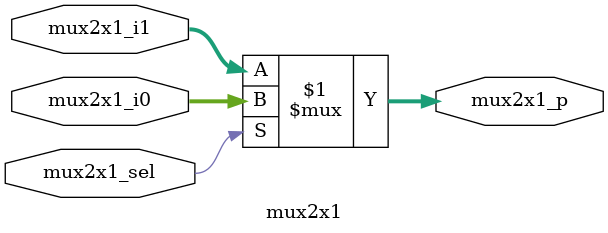
<source format=v>
`timescale 1ns / 1ps


module mux2x1(
    input mux2x1_sel,
    input[3:0] mux2x1_i1,
    input[3:0] mux2x1_i0, 
    output[3:0] mux2x1_p
    );
    
    assign mux2x1_p = (mux2x1_sel) ? mux2x1_i0 : mux2x1_i1;
    
endmodule

</source>
